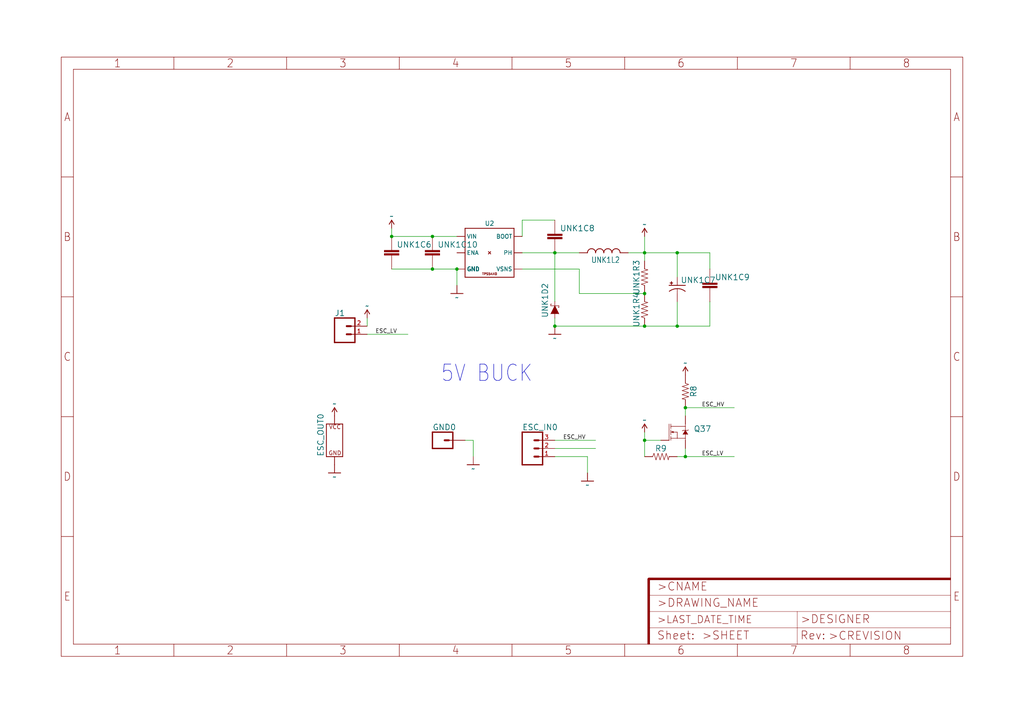
<source format=kicad_sch>
(kicad_sch (version 20211123) (generator eeschema)
  (paper "User" 318.77 225.501)
  (lib_symbols
    (symbol "layer1-eagle-import:100UF-POLAR-EIA7343-10V-10%(TANT)"
      (property "Reference" "C" (at 1.016 0.635 0))
      (property "Value" "100UF-POLAR-EIA7343-10V-10%(TANT)" (at 1.016 -4.191 0))
      (symbol "100UF-POLAR-EIA7343-10V-10%(TANT)_1_0"
        (rectangle (start -2.253 0.668) (end -1.364 0.795) (fill (type outline)))
        (rectangle (start -1.872 0.287) (end -1.745 1.176) (fill (type outline)))
        (arc (start 0 -1.0161) (mid -1.3021 -1.2302) (end -2.4669 -1.8504) (stroke (width 0.254)))
        (polyline (pts (xy -2.54 0) (xy 2.54 0)) (stroke (width 0.254)))
        (polyline (pts (xy 0 -1.016) (xy 0 -2.54)) (stroke (width 0.1524)))
        (arc (start 2.4892 -1.8542) (mid 1.3158 -1.2195) (end 0 -1) (stroke (width 0.254)))
        (pin passive line (at 0 2.54 270) (length 2.54) (name "+") (number "A"))
        (pin passive line (at 0 -5.08 90) (length 2.54) (name "-") (number "C"))
      )
    )
    (symbol "layer1-eagle-import:3.3V" (power)
      (property "Value" "3.3V" (at 0 2.794 0))
      (symbol "3.3V_1_0"
        (polyline (pts (xy 0 2.54) (xy -0.762 1.27)) (stroke (width 0.254)))
        (polyline (pts (xy 0.762 1.27) (xy 0 2.54)) (stroke (width 0.254)))
        (pin power_in line (at 0 0 90) (length 2.54) (name "3.3V") (number "1"))
      )
    )
    (symbol "layer1-eagle-import:5V" (power)
      (property "Value" "5V" (at 0 2.794 0))
      (symbol "5V_1_0"
        (polyline (pts (xy 0 2.54) (xy -0.762 1.27)) (stroke (width 0.254)))
        (polyline (pts (xy 0.762 1.27) (xy 0 2.54)) (stroke (width 0.254)))
        (pin power_in line (at 0 0 90) (length 2.54) (name "5V") (number "1"))
      )
    )
    (symbol "layer1-eagle-import:CAPACITOR0603"
      (property "Reference" "C" (at 1.524 2.54 0))
      (property "Value" "CAPACITOR0603" (at 1.524 -2.54 0))
      (symbol "CAPACITOR0603_1_0"
        (rectangle (start -2.286 -0.762) (end 2.286 -0.254) (fill (type outline)))
        (rectangle (start -2.286 0.254) (end 2.286 0.762) (fill (type outline)))
        (polyline (pts (xy 0 -0.762) (xy 0 -5.08)) (stroke (width 0.1524)))
        (polyline (pts (xy 0 5.08) (xy 0 0.762)) (stroke (width 0.1524)))
        (pin passive line (at 0 5.08 270) (length 0) (name "1") (number "1"))
        (pin passive line (at 0 -5.08 90) (length 0) (name "2") (number "2"))
      )
    )
    (symbol "layer1-eagle-import:CAPACITOR1210"
      (property "Reference" "C" (at 1.524 2.54 0))
      (property "Value" "CAPACITOR1210" (at 1.524 -2.54 0))
      (symbol "CAPACITOR1210_1_0"
        (rectangle (start -2.286 -0.762) (end 2.286 -0.254) (fill (type outline)))
        (rectangle (start -2.286 0.254) (end 2.286 0.762) (fill (type outline)))
        (polyline (pts (xy 0 -0.762) (xy 0 -5.08)) (stroke (width 0.1524)))
        (polyline (pts (xy 0 5.08) (xy 0 0.762)) (stroke (width 0.1524)))
        (pin passive line (at 0 5.08 270) (length 0) (name "1") (number "1"))
        (pin passive line (at 0 -5.08 90) (length 0) (name "2") (number "2"))
      )
    )
    (symbol "layer1-eagle-import:CONN_01"
      (property "Reference" "J" (at -2.54 3.048 0))
      (property "Value" "CONN_01" (at -2.54 -4.826 0))
      (symbol "CONN_01_1_0"
        (polyline (pts (xy -2.54 2.54) (xy -2.54 -2.54)) (stroke (width 0.4064)))
        (polyline (pts (xy -2.54 2.54) (xy 3.81 2.54)) (stroke (width 0.4064)))
        (polyline (pts (xy 1.27 0) (xy 2.54 0)) (stroke (width 0.6096)))
        (polyline (pts (xy 3.81 -2.54) (xy -2.54 -2.54)) (stroke (width 0.4064)))
        (polyline (pts (xy 3.81 -2.54) (xy 3.81 2.54)) (stroke (width 0.4064)))
        (pin passive line (at 7.62 0 180) (length 5.08) (name "1") (number "1"))
      )
    )
    (symbol "layer1-eagle-import:CONN_02LOCK"
      (property "Reference" "J" (at -2.54 5.588 0))
      (property "Value" "CONN_02LOCK" (at -2.54 -4.826 0))
      (symbol "CONN_02LOCK_1_0"
        (polyline (pts (xy -2.54 5.08) (xy -2.54 -2.54)) (stroke (width 0.4064)))
        (polyline (pts (xy -2.54 5.08) (xy 3.81 5.08)) (stroke (width 0.4064)))
        (polyline (pts (xy 1.27 0) (xy 2.54 0)) (stroke (width 0.6096)))
        (polyline (pts (xy 1.27 2.54) (xy 2.54 2.54)) (stroke (width 0.6096)))
        (polyline (pts (xy 3.81 -2.54) (xy -2.54 -2.54)) (stroke (width 0.4064)))
        (polyline (pts (xy 3.81 -2.54) (xy 3.81 5.08)) (stroke (width 0.4064)))
        (pin passive line (at 7.62 0 180) (length 5.08) (name "1") (number "1"))
        (pin passive line (at 7.62 2.54 180) (length 5.08) (name "2") (number "2"))
      )
    )
    (symbol "layer1-eagle-import:CONN_03LOCK"
      (property "Reference" "J" (at -2.54 5.588 0))
      (property "Value" "CONN_03LOCK" (at -2.54 -7.366 0))
      (symbol "CONN_03LOCK_1_0"
        (polyline (pts (xy -2.54 5.08) (xy -2.54 -5.08)) (stroke (width 0.4064)))
        (polyline (pts (xy -2.54 5.08) (xy 3.81 5.08)) (stroke (width 0.4064)))
        (polyline (pts (xy 1.27 -2.54) (xy 2.54 -2.54)) (stroke (width 0.6096)))
        (polyline (pts (xy 1.27 0) (xy 2.54 0)) (stroke (width 0.6096)))
        (polyline (pts (xy 1.27 2.54) (xy 2.54 2.54)) (stroke (width 0.6096)))
        (polyline (pts (xy 3.81 -5.08) (xy -2.54 -5.08)) (stroke (width 0.4064)))
        (polyline (pts (xy 3.81 -5.08) (xy 3.81 5.08)) (stroke (width 0.4064)))
        (pin passive line (at 7.62 -2.54 180) (length 5.08) (name "1") (number "1"))
        (pin passive line (at 7.62 0 180) (length 5.08) (name "2") (number "2"))
        (pin passive line (at 7.62 2.54 180) (length 5.08) (name "3") (number "3"))
      )
    )
    (symbol "layer1-eagle-import:DIODE-SCHOTTKY"
      (property "Reference" "D" (at -2.54 2.032 0))
      (property "Value" "DIODE-SCHOTTKY" (at -2.54 -2.032 0))
      (symbol "DIODE-SCHOTTKY_1_0"
        (polyline (pts (xy -2.54 0) (xy -1.27 0)) (stroke (width 0.1524)))
        (polyline (pts (xy 0.762 -1.27) (xy 0.762 -1.016)) (stroke (width 0.1524)))
        (polyline (pts (xy 1.27 -1.27) (xy 0.762 -1.27)) (stroke (width 0.1524)))
        (polyline (pts (xy 1.27 0) (xy 1.27 -1.27)) (stroke (width 0.1524)))
        (polyline (pts (xy 1.27 1.27) (xy 1.27 0)) (stroke (width 0.1524)))
        (polyline (pts (xy 1.27 1.27) (xy 1.778 1.27)) (stroke (width 0.1524)))
        (polyline (pts (xy 1.778 1.27) (xy 1.778 1.016)) (stroke (width 0.1524)))
        (polyline (pts (xy 2.54 0) (xy 1.27 0)) (stroke (width 0.1524)))
        (polyline (pts (xy -1.27 1.27) (xy 1.27 0) (xy -1.27 -1.27)) (fill (type outline)))
        (pin passive line (at -2.54 0 0) (length 0) (name "A") (number "A"))
        (pin passive line (at 2.54 0 180) (length 0) (name "C") (number "C"))
      )
    )
    (symbol "layer1-eagle-import:FRAME-A4L"
      (symbol "FRAME-A4L_0_0"
        (polyline (pts (xy -3.81 33.528) (xy 0 33.528)))
        (polyline (pts (xy -3.81 70.866) (xy 0 70.866)))
        (polyline (pts (xy -3.81 108.204) (xy 0 108.204)))
        (polyline (pts (xy -3.81 145.542) (xy 0 145.542)))
        (polyline (pts (xy 0 0) (xy 0 179.07)))
        (polyline (pts (xy 31.2738 -3.81) (xy 31.2738 0)))
        (polyline (pts (xy 31.2738 179.07) (xy 31.2738 182.88)))
        (polyline (pts (xy 66.3575 -3.81) (xy 66.3575 0)))
        (polyline (pts (xy 66.3575 179.07) (xy 66.3575 182.88)))
        (polyline (pts (xy 101.4413 -3.81) (xy 101.4413 0)))
        (polyline (pts (xy 101.4413 179.07) (xy 101.4413 182.88)))
        (polyline (pts (xy 136.525 -3.81) (xy 136.525 0)))
        (polyline (pts (xy 136.525 179.07) (xy 136.525 182.88)))
        (polyline (pts (xy 171.6088 -3.81) (xy 171.6088 0)))
        (polyline (pts (xy 171.6088 179.07) (xy 171.6088 182.88)))
        (polyline (pts (xy 206.6925 -3.81) (xy 206.6925 0)))
        (polyline (pts (xy 206.6925 179.07) (xy 206.6925 182.88)))
        (polyline (pts (xy 241.7763 -3.81) (xy 241.7763 0)))
        (polyline (pts (xy 241.7763 179.07) (xy 241.7763 182.88)))
        (polyline (pts (xy 273.05 0) (xy 0 0)))
        (polyline (pts (xy 273.05 0) (xy 273.05 179.07)))
        (polyline (pts (xy 273.05 33.528) (xy 276.86 33.528)))
        (polyline (pts (xy 273.05 70.866) (xy 276.86 70.866)))
        (polyline (pts (xy 273.05 108.204) (xy 276.86 108.204)))
        (polyline (pts (xy 273.05 145.542) (xy 276.86 145.542)))
        (polyline (pts (xy 273.05 179.07) (xy 0 179.07)))
        (polyline (pts (xy -3.81 -3.81) (xy 276.86 -3.81) (xy 276.86 182.88) (xy -3.81 182.88) (xy -3.81 -3.81)))
        (text "1" (at 13.7319 -1.905 0) (effects (font (size 2.54 2.286))))
        (text "1" (at 13.7319 180.975 0) (effects (font (size 2.54 2.286))))
        (text "2" (at 48.8156 -1.905 0) (effects (font (size 2.54 2.286))))
        (text "2" (at 48.8156 180.975 0) (effects (font (size 2.54 2.286))))
        (text "3" (at 83.8994 -1.905 0) (effects (font (size 2.54 2.286))))
        (text "3" (at 83.8994 180.975 0) (effects (font (size 2.54 2.286))))
        (text "4" (at 118.9831 -1.905 0) (effects (font (size 2.54 2.286))))
        (text "4" (at 118.9831 180.975 0) (effects (font (size 2.54 2.286))))
        (text "5" (at 154.0669 -1.905 0) (effects (font (size 2.54 2.286))))
        (text "5" (at 154.0669 180.975 0) (effects (font (size 2.54 2.286))))
        (text "6" (at 189.1506 -1.905 0) (effects (font (size 2.54 2.286))))
        (text "6" (at 189.1506 180.975 0) (effects (font (size 2.54 2.286))))
        (text "7" (at 224.2344 -1.905 0) (effects (font (size 2.54 2.286))))
        (text "7" (at 224.2344 180.975 0) (effects (font (size 2.54 2.286))))
        (text "8" (at 259.3181 -1.905 0) (effects (font (size 2.54 2.286))))
        (text "8" (at 259.3181 180.975 0) (effects (font (size 2.54 2.286))))
        (text "A" (at -1.905 164.211 0) (effects (font (size 2.54 2.286))))
        (text "A" (at 274.955 164.211 0) (effects (font (size 2.54 2.286))))
        (text "B" (at -1.905 126.873 0) (effects (font (size 2.54 2.286))))
        (text "B" (at 274.955 126.873 0) (effects (font (size 2.54 2.286))))
        (text "C" (at -1.905 89.535 0) (effects (font (size 2.54 2.286))))
        (text "C" (at 274.955 89.535 0) (effects (font (size 2.54 2.286))))
        (text "D" (at -1.905 52.197 0) (effects (font (size 2.54 2.286))))
        (text "D" (at 274.955 52.197 0) (effects (font (size 2.54 2.286))))
        (text "E" (at -1.905 14.859 0) (effects (font (size 2.54 2.286))))
        (text "E" (at 274.955 14.859 0) (effects (font (size 2.54 2.286))))
      )
      (symbol "FRAME-A4L_1_0"
        (polyline (pts (xy 179.07 10.16) (xy 225.29 10.16)) (stroke (width 0.1016)))
        (polyline (pts (xy 179.07 15.24) (xy 273.05 15.24)) (stroke (width 0.1016)))
        (polyline (pts (xy 179.07 19.05) (xy 179.07 20.32)) (stroke (width 0.6096)))
        (polyline (pts (xy 179.07 20.32) (xy 180.34 20.32)) (stroke (width 0.6096)))
        (polyline (pts (xy 225.29 -0.1) (xy 225.29 5.08)) (stroke (width 0.1016)))
        (polyline (pts (xy 225.29 5.08) (xy 179.07 5.08)) (stroke (width 0.1016)))
        (polyline (pts (xy 225.29 5.08) (xy 225.29 10.16)) (stroke (width 0.1016)))
        (polyline (pts (xy 225.29 5.08) (xy 273.05 5.08)) (stroke (width 0.1016)))
        (polyline (pts (xy 225.29 10.16) (xy 273.05 10.16)) (stroke (width 0.1016)))
        (rectangle (start 178.7652 0) (end 179.3748 20.32) (fill (type outline)))
        (rectangle (start 179.07 20.6248) (end 273.05 20.0152) (fill (type outline)))
        (text ">CNAME" (at 181.61 16.51 0) (effects (font (size 2.54 2.54)) (justify left bottom)))
        (text ">CREVISION" (at 234.92 1.17 0) (effects (font (size 2.54 2.54)) (justify left bottom)))
        (text ">DESIGNER" (at 226.26 6.35 0) (effects (font (size 2.54 2.54)) (justify left bottom)))
        (text ">DRAWING_NAME" (at 181.61 11.43 0) (effects (font (size 2.54 2.54)) (justify left bottom)))
        (text ">LAST_DATE_TIME" (at 181.61 6.35 0) (effects (font (size 2.286 2.286)) (justify left bottom)))
        (text ">SHEET" (at 195.58 1.27 0) (effects (font (size 2.54 2.54)) (justify left bottom)))
        (text "Rev:" (at 226.16 1.27 0) (effects (font (size 2.54 2.54)) (justify left bottom)))
        (text "Sheet:" (at 181.61 1.27 0) (effects (font (size 2.54 2.54)) (justify left bottom)))
      )
    )
    (symbol "layer1-eagle-import:GND" (power)
      (property "Value" "GND" (at 0 -0.254 0))
      (symbol "GND_1_0"
        (polyline (pts (xy -1.905 0) (xy 1.905 0)) (stroke (width 0.254)))
        (pin power_in line (at 0 2.54 270) (length 2.54) (name "GND") (number "1"))
      )
    )
    (symbol "layer1-eagle-import:INDUCTORSWPA8040"
      (property "Reference" "L" (at -1.27 -5.08 90))
      (property "Value" "INDUCTORSWPA8040" (at 3.81 -5.08 90))
      (symbol "INDUCTORSWPA8040_1_0"
        (arc (start 0 -5.08) (mid 0.898 -4.708) (end 1.27 -3.81) (stroke (width 0.254)))
        (arc (start 0 -2.54) (mid 0.898 -2.168) (end 1.27 -1.27) (stroke (width 0.254)))
        (arc (start 0 0) (mid 0.898 0.372) (end 1.27 1.27) (stroke (width 0.254)))
        (arc (start 0 2.54) (mid 0.898 2.912) (end 1.27 3.81) (stroke (width 0.254)))
        (arc (start 1.27 -3.81) (mid 0.898 -2.912) (end 0 -2.54) (stroke (width 0.254)))
        (arc (start 1.27 -1.27) (mid 0.898 -0.372) (end 0 0) (stroke (width 0.254)))
        (arc (start 1.27 1.27) (mid 0.898 2.168) (end 0 2.54) (stroke (width 0.254)))
        (arc (start 1.27 3.81) (mid 0.898 4.708) (end 0 5.08) (stroke (width 0.254)))
        (pin passive line (at 0 7.62 270) (length 2.54) (name "1") (number "P1"))
        (pin passive line (at 0 -7.62 90) (length 2.54) (name "2") (number "P2"))
      )
    )
    (symbol "layer1-eagle-import:MOSFET-NCH-AO3404A"
      (property "Reference" "Q" (at 5.08 0 0))
      (property "Value" "MOSFET-NCH-AO3404A" (at 5.08 -2.54 0))
      (symbol "MOSFET-NCH-AO3404A_1_0"
        (polyline (pts (xy -2.54 -2.54) (xy -2.54 2.54)) (stroke (width 0.1524)))
        (polyline (pts (xy -1.9812 -1.905) (xy -1.9812 -2.54)) (stroke (width 0.1524)))
        (polyline (pts (xy -1.9812 -1.905) (xy 0 -1.905)) (stroke (width 0.1524)))
        (polyline (pts (xy -1.9812 -1.2954) (xy -1.9812 -1.905)) (stroke (width 0.1524)))
        (polyline (pts (xy -1.9812 0.6858) (xy -1.9812 -0.8382)) (stroke (width 0.1524)))
        (polyline (pts (xy -1.9812 1.8034) (xy -1.9812 1.0922)) (stroke (width 0.1524)))
        (polyline (pts (xy -1.9812 1.8034) (xy 2.54 1.8034)) (stroke (width 0.1524)))
        (polyline (pts (xy -1.9812 2.54) (xy -1.9812 1.8034)) (stroke (width 0.1524)))
        (polyline (pts (xy 0 -1.905) (xy 0 0)) (stroke (width 0.1524)))
        (polyline (pts (xy 0 0) (xy -1.2192 0)) (stroke (width 0.1524)))
        (polyline (pts (xy 1.6002 0.381) (xy 1.778 0.5588)) (stroke (width 0.1524)))
        (polyline (pts (xy 2.54 -2.54) (xy 2.54 -1.905)) (stroke (width 0.1524)))
        (polyline (pts (xy 2.54 -1.905) (xy 0 -1.905)) (stroke (width 0.1524)))
        (polyline (pts (xy 2.54 -0.7112) (xy 2.54 -1.905)) (stroke (width 0.1524)))
        (polyline (pts (xy 2.54 0.5588) (xy 1.778 0.5588)) (stroke (width 0.1524)))
        (polyline (pts (xy 2.54 0.5588) (xy 3.302 0.5588)) (stroke (width 0.1524)))
        (polyline (pts (xy 2.54 1.8034) (xy 2.54 0.5588)) (stroke (width 0.1524)))
        (polyline (pts (xy 2.54 2.54) (xy 2.54 1.8034)) (stroke (width 0.1524)))
        (polyline (pts (xy 3.302 0.5588) (xy 3.4798 0.7366)) (stroke (width 0.1524)))
        (polyline (pts (xy -1.9812 0) (xy -1.2192 0.254) (xy -1.2192 -0.254)) (fill (type outline)))
        (polyline (pts (xy 1.778 -0.7112) (xy 2.54 0.5588) (xy 3.302 -0.7112)) (fill (type outline)))
        (pin bidirectional line (at -5.08 -2.54 0) (length 2.54) (name "G") (number "1"))
        (pin bidirectional line (at 2.54 -5.08 90) (length 2.54) (name "S") (number "2"))
        (pin bidirectional line (at 2.54 5.08 270) (length 2.54) (name "D") (number "3"))
      )
    )
    (symbol "layer1-eagle-import:RESISTOR0603"
      (property "Reference" "R" (at 0 1.524 0))
      (property "Value" "RESISTOR0603" (at 0 -1.524 0))
      (symbol "RESISTOR0603_1_0"
        (polyline (pts (xy -2.54 0) (xy -2.159 1.016)) (stroke (width 0.1524)))
        (polyline (pts (xy -2.159 1.016) (xy -1.524 -1.016)) (stroke (width 0.1524)))
        (polyline (pts (xy -1.524 -1.016) (xy -0.889 1.016)) (stroke (width 0.1524)))
        (polyline (pts (xy -0.889 1.016) (xy -0.254 -1.016)) (stroke (width 0.1524)))
        (polyline (pts (xy -0.254 -1.016) (xy 0.381 1.016)) (stroke (width 0.1524)))
        (polyline (pts (xy 0.381 1.016) (xy 1.016 -1.016)) (stroke (width 0.1524)))
        (polyline (pts (xy 1.016 -1.016) (xy 1.651 1.016)) (stroke (width 0.1524)))
        (polyline (pts (xy 1.651 1.016) (xy 2.286 -1.016)) (stroke (width 0.1524)))
        (polyline (pts (xy 2.286 -1.016) (xy 2.54 0)) (stroke (width 0.1524)))
        (pin passive line (at -5.08 0 0) (length 2.54) (name "1") (number "1"))
        (pin passive line (at 5.08 0 180) (length 2.54) (name "2") (number "2"))
      )
    )
    (symbol "layer1-eagle-import:TPS54X0"
      (property "Reference" "U" (at 0 9.144 0))
      (property "Value" "TPS54X0" (at 0 -8.89 0))
      (symbol "TPS54X0_1_0"
        (polyline (pts (xy -7.62 -7.62) (xy 7.62 -7.62)) (stroke (width 0.254)))
        (polyline (pts (xy -7.62 7.62) (xy -7.62 -7.62)) (stroke (width 0.254)))
        (polyline (pts (xy 7.62 -7.62) (xy 7.62 7.62)) (stroke (width 0.254)))
        (polyline (pts (xy 7.62 7.62) (xy -7.62 7.62)) (stroke (width 0.254)))
        (text "TPS54X0" (at 0 -6.604 0) (effects (font (size 0.7112 0.7112))))
        (pin output line (at 10.16 5.08 180) (length 2.54) (name "BOOT") (number "1"))
        (pin no_connect line (at 0 0 0) (length 0) (name "NC") (number "2"))
        (pin no_connect line (at 0 0 0) (length 0) (name "NC") (number "3"))
        (pin input line (at 10.16 -5.08 180) (length 2.54) (name "VSNS") (number "4"))
        (pin input line (at -10.16 0 0) (length 2.54) (name "ENA") (number "5"))
        (pin power_in line (at -10.16 -5.08 0) (length 2.54) (name "GND") (number "6"))
        (pin power_in line (at -10.16 5.08 0) (length 2.54) (name "VIN") (number "7"))
        (pin output line (at 10.16 0 180) (length 2.54) (name "PH") (number "8"))
        (pin power_in line (at -10.16 -5.08 0) (length 2.54) (name "GND") (number "9"))
        (pin power_in line (at -10.16 -5.08 0) (length 2.54) (name "GND") (number "P$1"))
        (pin power_in line (at -10.16 -5.08 0) (length 2.54) (name "GND") (number "P$2"))
        (pin power_in line (at -10.16 -5.08 0) (length 2.54) (name "GND") (number "P$3"))
        (pin power_in line (at -10.16 -5.08 0) (length 2.54) (name "GND") (number "P$4"))
        (pin power_in line (at -10.16 -5.08 0) (length 2.54) (name "GND") (number "P$5"))
        (pin power_in line (at -10.16 -5.08 0) (length 2.54) (name "GND") (number "P$6"))
      )
    )
    (symbol "layer1-eagle-import:V_BATT" (power)
      (property "Value" "V_BATT" (at 0 2.794 0))
      (symbol "V_BATT_1_0"
        (polyline (pts (xy 0 2.54) (xy -0.762 1.27)) (stroke (width 0.254)))
        (polyline (pts (xy 0.762 1.27) (xy 0 2.54)) (stroke (width 0.254)))
        (pin power_in line (at 0 0 90) (length 2.54) (name "V_BATT") (number "1"))
      )
    )
    (symbol "layer1-eagle-import:XT30PB-F"
      (property "Reference" "J" (at -3.302 -5.08 90))
      (property "Value" "XT30PB-F" (at 5.08 -5.08 90))
      (symbol "XT30PB-F_1_0"
        (polyline (pts (xy -2.54 -5.08) (xy -2.54 5.08)) (stroke (width 0.254)))
        (polyline (pts (xy -2.54 5.08) (xy 2.54 5.08)) (stroke (width 0.254)))
        (polyline (pts (xy 2.54 -5.08) (xy -2.54 -5.08)) (stroke (width 0.254)))
        (polyline (pts (xy 2.54 5.08) (xy 2.54 -5.08)) (stroke (width 0.254)))
        (text "GND" (at 0.127 -4.699 0) (effects (font (size 1.27 1.27)) (justify bottom)))
        (text "VCC" (at 0.127 3.429 0) (effects (font (size 1.27 1.27)) (justify bottom)))
        (pin power_in line (at 0 7.62 270) (length 2.54) (name "V+") (number "+"))
        (pin bidirectional line (at 0 -7.62 90) (length 2.54) (name "V-") (number "-"))
      )
    )
  )
  (junction (at 172.72 78.74))
  (junction (at 121.92 73.66))
  (junction (at 200.66 101.6))
  (junction (at 200.66 91.44))
  (junction (at 213.36 127))
  (junction (at 210.82 78.74))
  (junction (at 210.82 101.6))
  (junction (at 134.62 73.66))
  (junction (at 213.36 142.24))
  (junction (at 200.66 137.16))
  (junction (at 142.24 83.82))
  (junction (at 172.72 101.6))
  (junction (at 134.62 83.82))
  (junction (at 200.66 78.74))
  (wire (pts (xy 114.3 99.06) (xy 114.3 101.6)))
  (wire (pts (xy 172.72 101.6) (xy 172.72 99.06)))
  (wire (pts (xy 162.56 68.58) (xy 172.72 68.58)))
  (wire (pts (xy 172.72 142.24) (xy 182.88 142.24)))
  (wire (pts (xy 213.36 127) (xy 213.36 129.54)))
  (wire (pts (xy 200.66 81.28) (xy 200.66 78.74)))
  (wire (pts (xy 172.72 78.74) (xy 172.72 93.98)))
  (wire (pts (xy 213.36 142.24) (xy 213.36 139.7)))
  (wire (pts (xy 182.88 142.24) (xy 182.88 147.32)))
  (wire (pts (xy 200.66 137.16) (xy 205.74 137.16)))
  (wire (pts (xy 142.24 83.82) (xy 142.24 88.9)))
  (wire (pts (xy 134.62 73.66) (xy 142.24 73.66)))
  (wire (pts (xy 220.98 93.98) (xy 220.98 101.6)))
  (wire (pts (xy 172.72 137.16) (xy 185.42 137.16)))
  (wire (pts (xy 162.56 83.82) (xy 180.34 83.82)))
  (wire (pts (xy 172.72 101.6) (xy 200.66 101.6)))
  (wire (pts (xy 172.72 78.74) (xy 180.34 78.74)))
  (wire (pts (xy 200.66 134.62) (xy 200.66 137.16)))
  (wire (pts (xy 121.92 71.12) (xy 121.92 73.66)))
  (wire (pts (xy 210.82 78.74) (xy 210.82 86.36)))
  (wire (pts (xy 162.56 78.74) (xy 172.72 78.74)))
  (wire (pts (xy 195.58 78.74) (xy 200.66 78.74)))
  (wire (pts (xy 213.36 142.24) (xy 228.6 142.24)))
  (wire (pts (xy 162.56 73.66) (xy 162.56 68.58)))
  (wire (pts (xy 210.82 142.24) (xy 213.36 142.24)))
  (wire (pts (xy 200.66 142.24) (xy 200.66 137.16)))
  (wire (pts (xy 220.98 78.74) (xy 220.98 83.82)))
  (wire (pts (xy 172.72 139.7) (xy 185.42 139.7)))
  (wire (pts (xy 180.34 83.82) (xy 180.34 91.44)))
  (wire (pts (xy 121.92 73.66) (xy 134.62 73.66)))
  (wire (pts (xy 213.36 127) (xy 228.6 127)))
  (wire (pts (xy 210.82 78.74) (xy 220.98 78.74)))
  (wire (pts (xy 210.82 101.6) (xy 200.66 101.6)))
  (wire (pts (xy 200.66 78.74) (xy 210.82 78.74)))
  (wire (pts (xy 134.62 83.82) (xy 142.24 83.82)))
  (wire (pts (xy 180.34 91.44) (xy 200.66 91.44)))
  (wire (pts (xy 121.92 83.82) (xy 134.62 83.82)))
  (wire (pts (xy 144.78 137.16) (xy 147.32 137.16)))
  (wire (pts (xy 200.66 73.66) (xy 200.66 78.74)))
  (wire (pts (xy 147.32 137.16) (xy 147.32 142.24)))
  (wire (pts (xy 114.3 104.14) (xy 127 104.14)))
  (wire (pts (xy 210.82 93.98) (xy 210.82 101.6)))
  (wire (pts (xy 220.98 101.6) (xy 210.82 101.6)))
  (text "5V BUCK" (at 137.16 119.38 180) (effects (font (size 5.08 4.318)) (justify left bottom)))
  (label "ESC_LV" (at 218.44 142.24 0) (effects (font (size 1.2446 1.2446))))
  (label "ESC_HV" (at 175.26 137.16 0) (effects (font (size 1.2446 1.2446))))
  (label "ESC_LV" (at 116.84 104.14 0) (effects (font (size 1.2446 1.2446))))
  (label "ESC_HV" (at 218.44 127 0) (effects (font (size 1.2446 1.2446))))
  (symbol (lib_id "layer1-eagle-import:CONN_02LOCK") (at 106.68 104.14 0) (unit 1)
    (property "Reference" "J1" (at 104.14 98.552 0) (effects (font (size 1.778 1.778)) (justify left bottom)))
  )
  (symbol (lib_id "layer1-eagle-import:CONN_01") (at 137.16 137.16 0) (unit 1)
    (property "Reference" "GND0" (at 134.62 134.112 0) (effects (font (size 1.778 1.778)) (justify left bottom)))
  )
  (symbol (lib_id "layer1-eagle-import:GND") (at 142.24 91.44 0) (unit 1)
    (property "Reference" "#GND16" (effects hide))
  )
  (symbol (lib_id "layer1-eagle-import:INDUCTORSWPA8040") (at 187.96 78.74 90) (unit 1)
    (property "Reference" "UNK1L2" (at 193.04 80.01 90) (effects (font (size 1.778 1.5113)) (justify left bottom)))
  )
  (symbol (lib_id "layer1-eagle-import:3.3V") (at 200.66 134.62 0) (unit 1)
    (property "Reference" "#SUPPLY32" (effects hide))
  )
  (symbol (lib_id "layer1-eagle-import:GND") (at 147.32 144.78 0) (unit 1)
    (property "Reference" "#GND41" (effects hide))
  )
  (symbol (lib_id "layer1-eagle-import:CONN_03LOCK") (at 165.1 139.7 0) (unit 1)
    (property "Reference" "ESC_IN0" (at 162.56 134.112 0) (effects (font (size 1.778 1.778)) (justify left bottom)))
  )
  (symbol (lib_id "layer1-eagle-import:TPS54X0") (at 152.4 78.74 0) (unit 1)
    (property "Reference" "U2" (at 152.4 69.596 0) (effects (font (size 1.397 1.397))))
  )
  (symbol (lib_id "layer1-eagle-import:RESISTOR0603") (at 200.66 96.52 90) (unit 1)
    (property "Reference" "UNK1R4" (at 199.136 96.52 0) (effects (font (size 1.778 1.778)) (justify bottom)))
  )
  (symbol (lib_id "layer1-eagle-import:GND") (at 172.72 104.14 0) (unit 1)
    (property "Reference" "#GND24" (effects hide))
  )
  (symbol (lib_id "layer1-eagle-import:CAPACITOR0603") (at 220.98 88.9 0) (unit 1)
    (property "Reference" "UNK1C9" (at 222.504 86.36 0) (effects (font (size 1.778 1.778)) (justify left)))
  )
  (symbol (lib_id "layer1-eagle-import:100UF-POLAR-EIA7343-10V-10%(TANT)") (at 210.82 88.9 0) (unit 1)
    (property "Reference" "UNK1C7" (at 211.836 88.265 0) (effects (font (size 1.778 1.778)) (justify left bottom)))
  )
  (symbol (lib_id "layer1-eagle-import:V_BATT") (at 121.92 71.12 0) (unit 1)
    (property "Reference" "#SUPPLY3" (effects hide))
  )
  (symbol (lib_id "layer1-eagle-import:RESISTOR0603") (at 213.36 121.92 270) (unit 1)
    (property "Reference" "R8" (at 214.884 121.92 0) (effects (font (size 1.778 1.778)) (justify bottom)))
  )
  (symbol (lib_id "layer1-eagle-import:CAPACITOR0603") (at 121.92 78.74 0) (unit 1)
    (property "Reference" "UNK1C6" (at 123.444 76.2 0) (effects (font (size 1.778 1.778)) (justify left)))
  )
  (symbol (lib_id "layer1-eagle-import:RESISTOR0603") (at 205.74 142.24 0) (unit 1)
    (property "Reference" "R9" (at 205.74 140.716 0) (effects (font (size 1.778 1.778)) (justify bottom)))
  )
  (symbol (lib_id "layer1-eagle-import:XT30PB-F") (at 104.14 137.16 0) (unit 1)
    (property "Reference" "ESC_OUT0" (at 100.838 142.24 90) (effects (font (size 1.778 1.778)) (justify left bottom)))
  )
  (symbol (lib_id "layer1-eagle-import:V_BATT") (at 104.14 129.54 0) (unit 1)
    (property "Reference" "#SUPPLY28" (effects hide))
  )
  (symbol (lib_id "layer1-eagle-import:5V") (at 213.36 116.84 0) (unit 1)
    (property "Reference" "#SUPPLY31" (effects hide))
  )
  (symbol (lib_id "layer1-eagle-import:5V") (at 200.66 73.66 0) (unit 1)
    (property "Reference" "#SUPPLY22" (effects hide))
  )
  (symbol (lib_id "layer1-eagle-import:5V") (at 114.3 99.06 0) (unit 1)
    (property "Reference" "#SUPPLY33" (effects hide))
  )
  (symbol (lib_id "layer1-eagle-import:FRAME-A4L") (at 22.86 200.66 0) (unit 1)
    (property "Reference" "#FRAME3" (effects hide))
  )
  (symbol (lib_id "layer1-eagle-import:CAPACITOR1210") (at 134.62 78.74 0) (unit 1)
    (property "Reference" "UNK1C10" (at 136.144 76.2 0) (effects (font (size 1.778 1.778)) (justify left)))
  )
  (symbol (lib_id "layer1-eagle-import:RESISTOR0603") (at 200.66 86.36 90) (unit 1)
    (property "Reference" "UNK1R3" (at 199.136 86.36 0) (effects (font (size 1.778 1.778)) (justify bottom)))
  )
  (symbol (lib_id "layer1-eagle-import:CAPACITOR0603") (at 172.72 73.66 0) (unit 1)
    (property "Reference" "UNK1C8" (at 174.244 71.12 0) (effects (font (size 1.778 1.778)) (justify left)))
  )
  (symbol (lib_id "layer1-eagle-import:MOSFET-NCH-AO3404A") (at 210.82 134.62 0) (unit 1)
    (property "Reference" "Q37" (at 215.9 134.62 0) (effects (font (size 1.778 1.778)) (justify left bottom)))
  )
  (symbol (lib_id "layer1-eagle-import:DIODE-SCHOTTKY") (at 172.72 96.52 90) (unit 1)
    (property "Reference" "UNK1D2" (at 170.688 99.06 0) (effects (font (size 1.778 1.778)) (justify left bottom)))
  )
  (symbol (lib_id "layer1-eagle-import:GND") (at 104.14 147.32 0) (unit 1)
    (property "Reference" "#GND38" (effects hide))
  )
  (symbol (lib_id "layer1-eagle-import:GND") (at 182.88 149.86 0) (unit 1)
    (property "Reference" "#GND39" (effects hide))
  )
)
</source>
